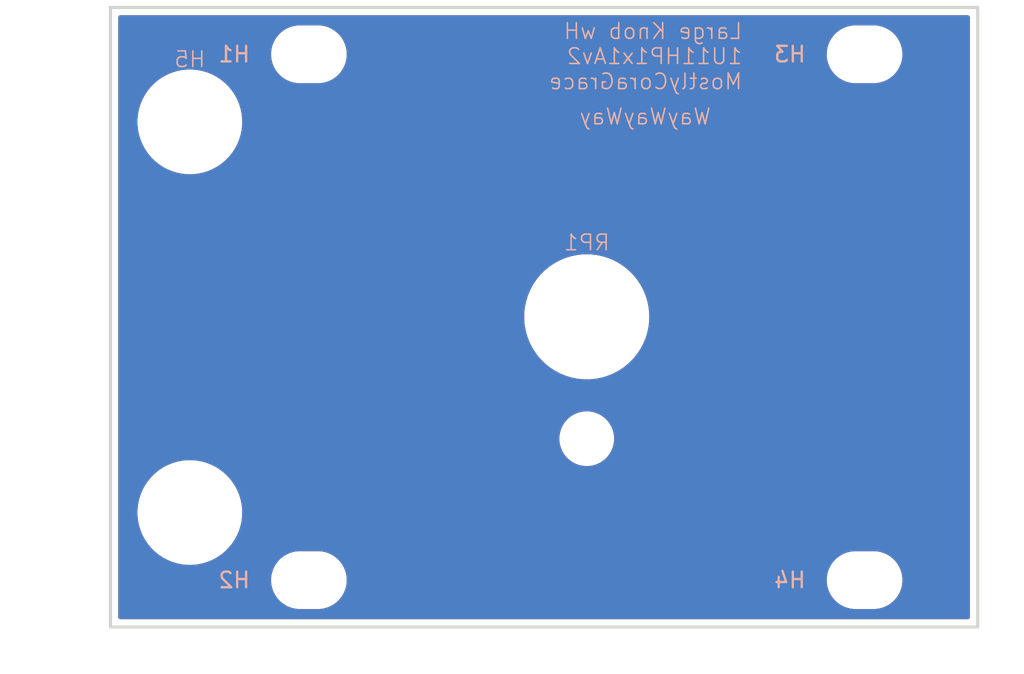
<source format=kicad_pcb>
(kicad_pcb (version 20241229) (generator "pcbnew") (generator_version "9.0")
  (layers (0 "F.Cu" signal) (2 "B.Cu" signal) (13 "F.Paste" user) (15 "B.Paste" user) (5 "F.SilkS" user "F.Silkscreen") (7 "B.SilkS" user "B.Silkscreen") (1 "F.Mask" user) (3 "B.Mask" user) (25 "Edge.Cuts" user))
  (net 0 "")
  (footprint "EXC:MountingHole_3.2mm_M3" (layer "F.Cu") (at 12.7 39.075)
    (property "Reference" "H2" (at -3.683 0 0) (layer "B.SilkS") (effects (justify left mirror)))
    (property "Value" "Eurorack_M3_MountingHole")
    (pad "" np_thru_hole oval (at 0 0) (size 4.34 3.2) (drill oval 4.34 3.2) (layers "*.Cu" "*.Mask"))
  )
  (footprint "EXC:MountingHole_3.2mm_M3" (layer "F.Cu") (at 12.7 5.425)
    (property "Reference" "H1" (at -3.683 0 0) (layer "B.SilkS") (effects (justify left mirror)))
    (property "Value" "Eurorack_M3_MountingHole")
    (pad "" np_thru_hole oval (at 0 0) (size 4.34 3.2) (drill oval 4.34 3.2) (layers "*.Cu" "*.Mask"))
  )
  (footprint "EXC:MountingHole_3.2mm_M3" (layer "F.Cu") (at 48.26 5.425)
    (property "Reference" "H3" (at -3.683 0 0) (layer "B.SilkS") (effects (justify left mirror)))
    (property "Value" "Eurorack_M3_MountingHole")
    (pad "" np_thru_hole oval (at 0 0) (size 4.34 3.2) (drill oval 4.34 3.2) (layers "*.Cu" "*.Mask"))
  )
  (footprint "EXC:Rotary_Potentiometer_M7_Panel_Mount" (layer "F.Cu") (at 30.48 22.225)
    (property "Reference" "RP1" (at 0 -4.75 0) (layer "B.SilkS") (effects (font (thickness 0.1)) (justify mirror)))
    (property "Value" "M7_Panel_Mount_Rotary_Potentiometer")
    (pad "" np_thru_hole circle (at 0 0) (size 7.5 7.5) (drill 7.5) (layers "*.Cu" "*.Mask"))
    (pad "" np_thru_hole circle (at 0 7.8) (size 3 3) (drill 3) (layers "*.Cu" "*.Mask"))
  )
  (footprint "EXC:MountingHole_3.2mm_M3" (layer "F.Cu") (at 48.26 39.075)
    (property "Reference" "H4" (at -3.683 0 0) (layer "B.SilkS") (effects (justify left mirror)))
    (property "Value" "Eurorack_M3_MountingHole")
    (pad "" np_thru_hole oval (at 0 0) (size 4.34 3.2) (drill oval 4.34 3.2) (layers "*.Cu" "*.Mask"))
  )
  (footprint "EXC:Handle_1UM3P25_B" (layer "F.Cu") (at 5.08 9.75)
    (property "Reference" "H5" (at 0 -4 0) (layer "B.SilkS") (effects (font (thickness 0.1)) (justify mirror)))
    (property "Value" "Handle_1UM3P25_PanelMount_B")
    (pad "" np_thru_hole circle (at 0 0) (size 6.2 6.2) (drill 6.2) (layers "*.Cu" "*.Mask"))
    (pad "" np_thru_hole circle (at 0 25) (size 6.2 6.2) (drill 6.2) (layers "*.Cu" "*.Mask"))
  )
  (gr_rect (start 0 2.425) (end 55.5 42.075) (stroke (width 0.2)) (fill no) (layer "Edge.Cuts"))
  (gr_text "Large Knob wH\n1U11HP1x1Av2\nMostlyCoraGrace" (at 40.5 7.75 0) (layer "B.SilkS") (effects (font (size 1 1) (thickness 0.1)) (justify left bottom mirror)))
  (gr_text "WayWayWay" (at 38.5 10 0) (layer "B.SilkS") (effects (font (size 1 1) (thickness 0.1)) (justify left bottom mirror)))
  (zone (net 0) (net_name "") (layers "F.Cu" "B.Cu") (connect_pads (clearance 0.5)) (min_thickness 0.25) (fill yes (thermal_gap 0.5) (thermal_bridge_width 0.5) (island_removal_mode 1) (island_area_min 10))
    (polygon (pts (xy 0 2.425) (xy 55.5 2.425) (xy 55.5 42.075) (xy 0 42.075)))
  )
)
</source>
